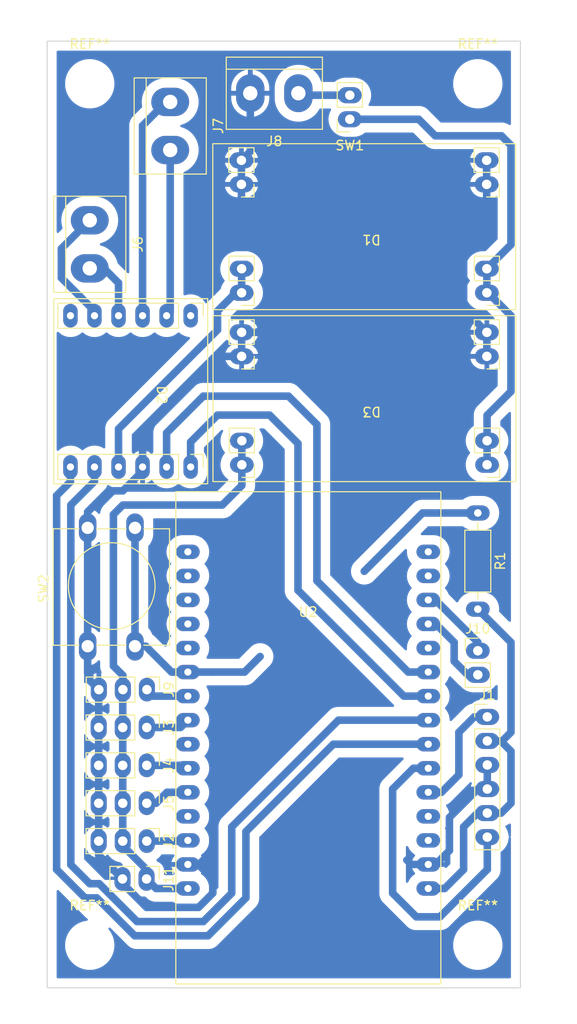
<source format=kicad_pcb>
(kicad_pcb (version 20211014) (generator pcbnew)
  (layers (0 "F.Cu" signal) (31 "B.Cu" signal) (34 "B.Paste" user) (35 "F.Paste" user) (36 "B.SilkS" user "B.Silkscreen") (37 "F.SilkS" user "F.Silkscreen") (38 "B.Mask" user) (39 "F.Mask" user) (44 "Edge.Cuts" user))
  (net 0 "")
  (net 1 "+12V")
  (net 2 "GNDD")
  (net 3 "+5V")
  (net 4 "+10V")
  (net 6 "Net-(J8-Pad1)")
  (net 9 "Net-(D2-Pad8)")
  (net 10 "Net-(D2-Pad9)")
  (net 13 "+3.3V")
  (net 14 "Net-(D2-Pad10)")
  (net 15 "Net-(D2-Pad11)")
  (net 17 "GPIO4")
  (net 18 "GPIO16")
  (net 19 "GPIO13")
  (net 20 "GPIO25")
  (net 21 "GPIO27")
  (net 22 "GPIO14")
  (net 23 "GPIO26")
  (net 24 "GPIO32")
  (net 26 "GPIO33")
  (net 30 "GPIO17")
  (net 31 "GPIO5")
  (net 32 "GPIO18")
  (net 33 "GPIO19")
  (net 34 "GPIO21")
  (net 35 "Net-(J10-Pad1)")
  (net 36 "Net-(J10-Pad2)")
  (net 37 "GPIO22")
  (net 38 "GPIO23")
  (footprint "MountingHole:MountingHole_3.2mm_M3" (layer "F.Cu") (at 122.5 53.5)
    (fp_text reference "REF**" (at 0 -4.2) (layer "F.SilkS"))
    (fp_text value "MountingHole_3.2mm_M3")
    (pad "" np_thru_hole circle (at 0 0) (size 3.2 3.2) (drill 3.2) (layers F&B.Cu *.Mask))
  )
  (footprint "MountingHole:MountingHole_3.2mm_M3" (layer "F.Cu") (at 163.5 53.5)
    (fp_text reference "REF**" (at 0 -4.2) (layer "F.SilkS"))
    (fp_text value "MountingHole_3.2mm_M3")
    (pad "" np_thru_hole circle (at 0 0) (size 3.2 3.2) (drill 3.2) (layers F&B.Cu *.Mask))
  )
  (footprint "Button_Switch_THT:SW_PUSH-12mm" (layer "F.Cu") (at 122.28 112.91 90)
    (fp_text reference "SW2" (at 6.08 -4.66 90) (layer "F.SilkS"))
    (fp_text value "SW_Push")
    (fp_line (start 12.4 0.93) (end 12.4 4.07) (layer "F.SilkS") (width 0.12))
    (fp_line (start 12.4 8.65) (end 0.1 8.65) (layer "F.SilkS") (width 0.12))
    (fp_line (start 0.1 -3.65) (end 12.4 -3.65) (layer "F.SilkS") (width 0.12))
    (fp_line (start 12.4 -3.65) (end 12.4 -0.93) (layer "F.SilkS") (width 0.12))
    (fp_line (start 0.1 8.65) (end 0.1 5.93) (layer "F.SilkS") (width 0.12))
    (fp_line (start 0.1 -0.93) (end 0.1 -3.65) (layer "F.SilkS") (width 0.12))
    (fp_line (start 12.4 5.93) (end 12.4 8.65) (layer "F.SilkS") (width 0.12))
    (fp_line (start 0.1 4.07) (end 0.1 0.93) (layer "F.SilkS") (width 0.12))
    (fp_circle (center 6.35 2.54) (end 10.16 5.08) (layer "F.SilkS") (width 0.12) (fill none))
    (pad "1" thru_hole oval (at 12.5 0 90) (size 3.048 1.85) (drill 1.3) (layers *.Cu *.Mask) (net 2 "GNDD"))
    (pad "1" thru_hole oval (at 0 0 90) (size 3.048 1.85) (drill 1.3) (layers *.Cu *.Mask) (net 2 "GNDD"))
    (pad "2" thru_hole oval (at 12.5 5 90) (size 3.048 1.85) (drill 1.3) (layers *.Cu *.Mask) (net 24 "GPIO32"))
    (pad "2" thru_hole oval (at 0 5 90) (size 3.048 1.85) (drill 1.3) (layers *.Cu *.Mask) (net 24 "GPIO32"))
  )
  (footprint "Library_posad:mini560" (layer "F.Cu") (at 166.232 59.832 180)
    (fp_text reference "D1" (at 13.97 -10.136 180 unlocked) (layer "F.SilkS"))
    (fp_text value "DC-DC_converter")
    (fp_line (start 26.378 -0.426) (end 29.038 -0.426) (layer "F.SilkS") (width 0.12))
    (fp_line (start 0.448 -14.478) (end 3.108 -14.478) (layer "F.SilkS") (width 0.12))
    (fp_line (start 0.448 -17.078) (end 1.778 -17.078) (layer "F.SilkS") (width 0.12))
    (fp_line (start 0.47 -0.426) (end 3.13 -0.426) (layer "F.SilkS") (width 0.12))
    (fp_line (start 29.016 -14.478) (end 29.016 -11.878) (layer "F.SilkS") (width 0.12))
    (fp_line (start 26.356 -11.878) (end 29.016 -11.878) (layer "F.SilkS") (width 0.12))
    (fp_line (start 26.356 -15.748) (end 26.356 -17.078) (layer "F.SilkS") (width 0.12))
    (fp_line (start 0.47 -3.026) (end 3.13 -3.026) (layer "F.SilkS") (width 0.12))
    (fp_line (start 0.448 -15.748) (end 0.448 -17.078) (layer "F.SilkS") (width 0.12))
    (fp_line (start 0.448 -14.478) (end 0.448 -11.878) (layer "F.SilkS") (width 0.12))
    (fp_line (start 0.47 -5.626) (end 1.8 -5.626) (layer "F.SilkS") (width 0.12))
    (fp_line (start 26.378 -4.296) (end 26.378 -5.626) (layer "F.SilkS") (width 0.12))
    (fp_line (start 26.356 -17.078) (end 27.686 -17.078) (layer "F.SilkS") (width 0.12))
    (fp_line (start 26.378 -3.026) (end 26.378 -0.426) (layer "F.SilkS") (width 0.12))
    (fp_line (start 3.13 -3.026) (end 3.13 -0.426) (layer "F.SilkS") (width 0.12))
    (fp_line (start 26.356 -14.478) (end 29.016 -14.478) (layer "F.SilkS") (width 0.12))
    (fp_line (start 0.47 -3.026) (end 0.47 -0.426) (layer "F.SilkS") (width 0.12))
    (fp_line (start 29.038 -3.026) (end 29.038 -0.426) (layer "F.SilkS") (width 0.12))
    (fp_line (start 0.47 -4.296) (end 0.47 -5.626) (layer "F.SilkS") (width 0.12))
    (fp_line (start 26.378 -5.626) (end 27.708 -5.626) (layer "F.SilkS") (width 0.12))
    (fp_line (start 26.378 -3.026) (end 29.038 -3.026) (layer "F.SilkS") (width 0.12))
    (fp_line (start 26.356 -14.478) (end 26.356 -11.878) (layer "F.SilkS") (width 0.12))
    (fp_line (start 0.448 -11.878) (end 3.108 -11.878) (layer "F.SilkS") (width 0.12))
    (fp_line (start 3.108 -14.478) (end 3.108 -11.878) (layer "F.SilkS") (width 0.12))
    (fp_rect (start -1.27 0) (end 30.734 -17.526) (layer "F.SilkS") (width 0.12) (fill none))
    (pad "1" thru_hole oval (at 27.686 -15.748 180) (size 2.5 1.7) (drill 1) (layers *.Cu *.Mask) (net 4 "+10V"))
    (pad "1" thru_hole oval (at 27.686 -13.208 180) (size 2.5 1.7) (drill 1) (layers *.Cu *.Mask) (net 4 "+10V"))
    (pad "2" thru_hole oval (at 27.708 -4.296 180) (size 2.5 1.7) (drill 1) (layers *.Cu *.Mask) (net 2 "GNDD"))
    (pad "2" thru_hole oval (at 27.708 -1.756 180) (size 2.5 1.7) (drill 1) (layers *.Cu *.Mask) (net 2 "GNDD"))
    (pad "3" thru_hole oval (at 1.778 -13.208 180) (size 2.5 1.7) (drill 1) (layers *.Cu *.Mask) (net 1 "+12V"))
    (pad "3" thru_hole oval (at 1.778 -15.748 180) (size 2.5 1.7) (drill 1) (layers *.Cu *.Mask) (net 1 "+12V"))
    (pad "4" thru_hole oval (at 1.8 -1.756 180) (size 2.5 1.7) (drill 1) (layers *.Cu *.Mask) (net 2 "GNDD"))
    (pad "4" thru_hole oval (at 1.8 -4.296 180) (size 2.5 1.7) (drill 1) (layers *.Cu *.Mask) (net 2 "GNDD"))
  )
  (footprint "posad_esp:posad_esp" (layer "F.Cu") (at 131.595 96.595)
    (fp_text reference "U2" (at 13.97 12.7 unlocked) (layer "F.SilkS"))
    (fp_text value "ESP32-dip")
    (fp_rect (start 0 0) (end 28 52) (layer "F.SilkS") (width 0.12) (fill none))
    (pad "1" thru_hole oval (at 1.27 39.37) (size 2.5 1.524) (drill 0.762) (layers *.Cu *.Mask) (net 2 "GNDD"))
    (pad "2" thru_hole oval (at 26.67 41.91) (size 2.5 1.524) (drill 0.762) (layers *.Cu *.Mask) (net 13 "+3.3V"))
    (pad "3" thru_hole oval (at 1.27 6.35) (size 2.5 1.524) (drill 0.762) (layers *.Cu *.Mask))
    (pad "4" thru_hole oval (at 1.27 8.89) (size 2.5 1.524) (drill 0.762) (layers *.Cu *.Mask))
    (pad "5" thru_hole oval (at 1.27 11.43) (size 2.5 1.524) (drill 0.762) (layers *.Cu *.Mask))
    (pad "6" thru_hole oval (at 1.27 13.97) (size 2.5 1.524) (drill 0.762) (layers *.Cu *.Mask))
    (pad "7" thru_hole oval (at 1.27 16.51) (size 2.5 1.524) (drill 0.762) (layers *.Cu *.Mask))
    (pad "8" thru_hole oval (at 1.27 19.05) (size 2.5 1.524) (drill 0.762) (layers *.Cu *.Mask) (net 24 "GPIO32"))
    (pad "9" thru_hole oval (at 1.27 21.59) (size 2.5 1.524) (drill 0.762) (layers *.Cu *.Mask) (net 26 "GPIO33"))
    (pad "10" thru_hole oval (at 1.27 24.13) (size 2.5 1.524) (drill 0.762) (layers *.Cu *.Mask) (net 20 "GPIO25"))
    (pad "11" thru_hole oval (at 1.27 26.67) (size 2.5 1.524) (drill 0.762) (layers *.Cu *.Mask) (net 23 "GPIO26"))
    (pad "12" thru_hole oval (at 1.27 29.21) (size 2.5 1.524) (drill 0.762) (layers *.Cu *.Mask) (net 21 "GPIO27"))
    (pad "13" thru_hole oval (at 1.27 31.75) (size 2.5 1.524) (drill 0.762) (layers *.Cu *.Mask) (net 22 "GPIO14"))
    (pad "14" thru_hole oval (at 1.27 34.29) (size 2.5 1.524) (drill 0.762) (layers *.Cu *.Mask))
    (pad "16" thru_hole oval (at 1.27 36.83) (size 2.5 1.524) (drill 0.762) (layers *.Cu *.Mask) (net 19 "GPIO13"))
    (pad "23" thru_hole oval (at 26.67 36.83) (size 2.5 1.524) (drill 0.762) (layers *.Cu *.Mask))
    (pad "24" thru_hole oval (at 26.67 34.29) (size 2.5 1.524) (drill 0.762) (layers *.Cu *.Mask))
    (pad "26" thru_hole oval (at 26.67 31.75) (size 2.5 1.524) (drill 0.762) (layers *.Cu *.Mask) (net 17 "GPIO4"))
    (pad "27" thru_hole oval (at 26.67 29.21) (size 2.5 1.524) (drill 0.762) (layers *.Cu *.Mask) (net 18 "GPIO16"))
    (pad "28" thru_hole oval (at 26.67 26.67) (size 2.5 1.524) (drill 0.762) (layers *.Cu *.Mask) (net 30 "GPIO17"))
    (pad "29" thru_hole oval (at 26.67 24.13) (size 2.5 1.524) (drill 0.762) (layers *.Cu *.Mask) (net 31 "GPIO5"))
    (pad "30" thru_hole oval (at 26.67 21.59) (size 2.5 1.524) (drill 0.762) (layers *.Cu *.Mask) (net 32 "GPIO18"))
    (pad "31" thru_hole oval (at 26.67 19.05) (size 2.5 1.524) (drill 0.762) (layers *.Cu *.Mask) (net 33 "GPIO19"))
    (pad "33" thru_hole oval (at 26.67 16.51) (size 2.5 1.524) (drill 0.762) (layers *.Cu *.Mask) (net 34 "GPIO21"))
    (pad "34" thru_hole oval (at 26.67 13.97) (size 2.5 1.524) (drill 0.762) (layers *.Cu *.Mask) (net 36 "Net-(J10-Pad2)"))
    (pad "35" thru_hole oval (at 26.67 11.43) (size 2.5 1.524) (drill 0.762) (layers *.Cu *.Mask) (net 35 "Net-(J10-Pad1)"))
    (pad "36" thru_hole oval (at 26.67 8.89) (size 2.5 1.524) (drill 0.762) (layers *.Cu *.Mask) (net 37 "GPIO22"))
    (pad "37" thru_hole oval (at 26.67 6.35) (size 2.5 1.524) (drill 0.762) (layers *.Cu *.Mask) (net 38 "GPIO23"))
    (pad "38" thru_hole oval (at 26.67 39.37) (size 2.5 1.524) (drill 0.762) (layers *.Cu *.Mask) (net 2 "GNDD"))
    (pad "39" thru_hole oval (at 1.27 41.91) (size 2.5 1.524) (drill 0.762) (layers *.Cu *.Mask) (net 3 "+5V"))
  )
  (footprint "Library_posad:drv8833" (layer "F.Cu") (at 118.45 76.2 -90)
    (fp_text reference "D2" (at 10.16 -11.66 -90 unlocked) (layer "F.SilkS"))
    (fp_text value "drv8833")
    (fp_line (start 16.45 -13.44) (end 16.45 -0.68) (layer "F.SilkS") (width 0.12))
    (fp_line (start 0.47 -13.44) (end 0.47 -0.68) (layer "F.SilkS") (width 0.12))
    (fp_line (start 0.47 -13.44) (end 3.13 -13.44) (layer "F.SilkS") (width 0.12))
    (fp_line (start 0.47 -0.68) (end 3.13 -0.68) (layer "F.SilkS") (width 0.12))
    (fp_line (start 16.45 -13.44) (end 19.11 -13.44) (layer "F.SilkS") (width 0.12))
    (fp_line (start 0.47 -16.04) (end 1.8 -16.04) (layer "F.SilkS") (width 0.12))
    (fp_line (start 16.45 -14.71) (end 16.45 -16.04) (layer "F.SilkS") (width 0.12))
    (fp_line (start 16.45 -0.68) (end 19.11 -0.68) (layer "F.SilkS") (width 0.12))
    (fp_line (start 3.13 -13.44) (end 3.13 -0.68) (layer "F.SilkS") (width 0.12))
    (fp_line (start 16.45 -16.04) (end 17.78 -16.04) (layer "F.SilkS") (width 0.12))
    (fp_line (start 19.11 -13.44) (end 19.11 -0.68) (layer "F.SilkS") (width 0.12))
    (fp_line (start 0.47 -14.71) (end 0.47 -16.04) (layer "F.SilkS") (width 0.12))
    (fp_rect (start 0 -0.254) (end 19.558 -16.51) (layer "F.SilkS") (width 0.12) (fill none))
    (pad "1" thru_hole oval (at 17.78 -2.01 270) (size 2.5 1.524) (drill 0.762) (layers *.Cu *.Mask) (net 30 "GPIO17"))
    (pad "2" thru_hole oval (at 17.78 -4.55 270) (size 2.5 1.524) (drill 0.762) (layers *.Cu *.Mask) (net 31 "GPIO5"))
    (pad "3" thru_hole oval (at 17.78 -7.09 270) (size 2.5 1.524) (drill 0.762) (layers *.Cu *.Mask) (net 4 "+10V"))
    (pad "4" thru_hole oval (at 17.78 -9.63 270) (size 2.5 1.524) (drill 0.762) (layers *.Cu *.Mask) (net 2 "GNDD"))
    (pad "5" thru_hole oval (at 17.78 -12.17 270) (size 2.5 1.524) (drill 0.762) (layers *.Cu *.Mask) (net 33 "GPIO19"))
    (pad "6" thru_hole oval (at 17.78 -14.71 270) (size 2.5 1.524) (drill 0.762) (layers *.Cu *.Mask) (net 32 "GPIO18"))
    (pad "7" thru_hole oval (at 1.8 -14.71 270) (size 2.5 1.524) (drill 0.762) (layers *.Cu *.Mask))
    (pad "8" thru_hole oval (at 1.8 -12.17 270) (size 2.5 1.524) (drill 0.762) (layers *.Cu *.Mask) (net 9 "Net-(D2-Pad8)"))
    (pad "9" thru_hole oval (at 1.8 -9.63 270) (size 2.5 1.524) (drill 0.762) (layers *.Cu *.Mask) (net 10 "Net-(D2-Pad9)"))
    (pad "10" thru_hole oval (at 1.8 -7.09 270) (size 2.5 1.524) (drill 0.762) (layers *.Cu *.Mask) (net 14 "Net-(D2-Pad10)"))
    (pad "11" thru_hole oval (at 1.8 -4.55 270) (size 2.5 1.524) (drill 0.762) (layers *.Cu *.Mask) (net 15 "Net-(D2-Pad11)"))
    (pad "12" thru_hole oval (at 1.8 -2.01 270) (size 2.5 1.524) (drill 0.762) (layers *.Cu *.Mask))
  )
  (footprint "Resistor_THT:R_Axial_DIN0207_L6.3mm_D2.5mm_P10.16mm_Horizontal" (layer "F.Cu") (at 163.5 98.84 -90)
    (fp_text reference "R1" (at 5.08 -2.37 90) (layer "F.SilkS"))
    (fp_text value "R")
    (fp_line (start 1.81 -1.37) (end 1.81 1.37) (layer "F.SilkS") (width 0.12))
    (fp_line (start 1.81 1.37) (end 8.35 1.37) (layer "F.SilkS") (width 0.12))
    (fp_line (start 8.35 1.37) (end 8.35 -1.37) (layer "F.SilkS") (width 0.12))
    (fp_line (start 8.35 -1.37) (end 1.81 -1.37) (layer "F.SilkS") (width 0.12))
    (fp_line (start 1.04 0) (end 1.81 0) (layer "F.SilkS") (width 0.12))
    (fp_line (start 9.12 0) (end 8.35 0) (layer "F.SilkS") (width 0.12))
    (pad "1" thru_hole oval (at 0 0 270) (size 1.6 2.5) (drill 0.8) (layers *.Cu *.Mask) (net 24 "GPIO32"))
    (pad "2" thru_hole oval (at 10.16 0 270) (size 1.6 2.5) (drill 0.8) (layers *.Cu *.Mask) (net 13 "+3.3V"))
  )
  (footprint "MountingHole:MountingHole_3.2mm_M3" (layer "F.Cu") (at 122.5 144.5)
    (fp_text reference "REF**" (at 0 -4.2) (layer "F.SilkS"))
    (fp_text value "MountingHole_3.2mm_M3")
    (pad "" np_thru_hole circle (at 0 0) (size 3.2 3.2) (drill 3.2) (layers F&B.Cu *.Mask))
  )
  (footprint "Connector_PinHeader_2.54mm:PinHeader_1x02_P2.54mm_Vertical" (layer "F.Cu") (at 128.5 137.5 -90)
    (fp_text reference "J11" (at 0 -2.33 90) (layer "F.SilkS"))
    (fp_text value "Conn_01x02")
    (fp_line (start -1.33 1.27) (end -1.33 3.87) (layer "F.SilkS") (width 0.12))
    (fp_line (start -1.33 3.87) (end 1.33 3.87) (layer "F.SilkS") (width 0.12))
    (fp_line (start -1.33 1.27) (end 1.33 1.27) (layer "F.SilkS") (width 0.12))
    (fp_line (start -1.33 -1.33) (end 0 -1.33) (layer "F.SilkS") (width 0.12))
    (fp_line (start -1.33 0) (end -1.33 -1.33) (layer "F.SilkS") (width 0.12))
    (fp_line (start 1.33 1.27) (end 1.33 3.87) (layer "F.SilkS") (width 0.12))
    (pad "1" thru_hole oval (at 0 0 270) (size 2.5 1.7) (drill 1) (layers *.Cu *.Mask) (net 3 "+5V"))
    (pad "2" thru_hole oval (at 0 2.54 270) (size 2.5 1.7) (drill 1) (layers *.Cu *.Mask) (net 2 "GNDD"))
  )
  (footprint "TerminalBlock:TerminalBlock_bornier-2_P5.08mm" (layer "F.Cu") (at 144.54 54.5 180)
    (fp_text reference "J8" (at 2.54 -5.08) (layer "F.SilkS"))
    (fp_text value "power")
    (fp_line (start 7.62 -3.81) (end -2.54 -3.81) (layer "F.SilkS") (width 0.12))
    (fp_line (start 7.62 3.81) (end 7.62 -3.81) (layer "F.SilkS") (width 0.12))
    (fp_line (start 7.62 2.54) (end -2.54 2.54) (layer "F.SilkS") (width 0.12))
    (fp_line (start -2.54 3.81) (end 7.62 3.81) (layer "F.SilkS") (width 0.12))
    (fp_line (start -2.54 -3.81) (end -2.54 3.81) (layer "F.SilkS") (width 0.12))
    (pad "1" thru_hole oval (at 0 0 180) (size 3 4) (drill 1.52) (layers *.Cu *.Mask) (net 6 "Net-(J8-Pad1)"))
    (pad "2" thru_hole oval (at 5.08 0 180) (size 3 4) (drill 1.52) (layers *.Cu *.Mask) (net 2 "GNDD"))
  )
  (footprint "MountingHole:MountingHole_3.2mm_M3" (layer "F.Cu") (at 163.5 144.5)
    (fp_text reference "REF**" (at 0 -4.2) (layer "F.SilkS"))
    (fp_text value "MountingHole_3.2mm_M3")
    (pad "" np_thru_hole circle (at 0 0) (size 3.2 3.2) (drill 3.2) (layers F&B.Cu *.Mask))
  )
  (footprint "TerminalBlock:TerminalBlock_bornier-2_P5.08mm" (layer "F.Cu") (at 131 55.42 -90)
    (fp_text reference "J7" (at 2.54 -5.08 90) (layer "F.SilkS"))
    (fp_text value "motor_2")
    (fp_line (start -2.54 3.81) (end 7.62 3.81) (layer "F.SilkS") (width 0.12))
    (fp_line (start 7.62 -3.81) (end -2.54 -3.81) (layer "F.SilkS") (width 0.12))
    (fp_line (start -2.54 -3.81) (end -2.54 3.81) (layer "F.SilkS") (width 0.12))
    (fp_line (start 7.62 3.81) (end 7.62 -3.81) (layer "F.SilkS") (width 0.12))
    (fp_line (start 7.62 2.54) (end -2.54 2.54) (layer "F.SilkS") (width 0.12))
    (pad "1" thru_hole oval (at 0 0 270) (size 3 4) (drill 1.52) (layers *.Cu *.Mask) (net 10 "Net-(D2-Pad9)"))
    (pad "2" thru_hole oval (at 5.08 0 270) (size 3 4) (drill 1.52) (layers *.Cu *.Mask) (net 9 "Net-(D2-Pad8)"))
  )
  (footprint "Connector_PinSocket_2.54mm:PinSocket_1x02_P2.54mm_Vertical" (layer "F.Cu") (at 149.975 57.25 180)
    (fp_text reference "SW1" (at 0 -2.77) (layer "F.SilkS"))
    (fp_text value "SW_DPDT_x2")
    (fp_line (start -1.33 1.27) (end -1.33 3.87) (layer "F.SilkS") (width 0.12))
    (fp_line (start -1.33 1.27) (end 1.33 1.27) (layer "F.SilkS") (width 0.12))
    (fp_line (start 1.33 1.27) (end 1.33 3.87) (layer "F.SilkS") (width 0.12))
    (fp_line (start 1.33 -1.33) (end 1.33 0) (layer "F.SilkS") (width 0.12))
    (fp_line (start 0 -1.33) (end 1.33 -1.33) (layer "F.SilkS") (width 0.12))
    (fp_line (start -1.33 3.87) (end 1.33 3.87) (layer "F.SilkS") (width 0.12))
    (pad "1" thru_hole oval (at 0 0 180) (size 2.5 1.7) (drill 1) (layers *.Cu *.Mask) (net 1 "+12V"))
    (pad "2" thru_hole oval (at 0 2.54 180) (size 2.5 1.7) (drill 1) (layers *.Cu *.Mask) (net 6 "Net-(J8-Pad1)"))
  )
  (footprint "Connector_PinHeader_2.54mm:PinHeader_1x06_P2.54mm_Vertical" (layer "F.Cu") (at 164.5 120.38)
    (fp_text reference "J1" (at 0 -2.33) (layer "F.SilkS"))
    (fp_text value "line_sensor")
    (fp_line (start -1.33 1.27) (end 1.33 1.27) (layer "F.SilkS") (width 0.12))
    (fp_line (start -1.33 1.27) (end -1.33 14.03) (layer "F.SilkS") (width 0.12))
    (fp_line (start -1.33 14.03) (end 1.33 14.03) (layer "F.SilkS") (width 0.12))
    (fp_line (start 1.33 1.27) (end 1.33 14.03) (layer "F.SilkS") (width 0.12))
    (fp_line (start -1.33 0) (end -1.33 -1.33) (layer "F.SilkS") (width 0.12))
    (fp_line (start -1.33 -1.33) (end 0 -1.33) (layer "F.SilkS") (width 0.12))
    (pad "1" thru_hole oval (at 0 0) (size 2.5 1.7) (drill 1) (layers *.Cu *.Mask) (net 17 "GPIO4"))
    (pad "2" thru_hole oval (at 0 2.54) (size 2.5 1.7) (drill 1) (layers *.Cu *.Mask) (net 13 "+3.3V"))
    (pad "3" thru_hole oval (at 0 5.08) (size 2.5 1.7) (drill 1) (layers *.Cu *.Mask) (net 2 "GNDD"))
    (pad "4" thru_hole oval (at 0 7.62) (size 2.5 1.7) (drill 1) (layers *.Cu *.Mask) (net 2 "GNDD"))
    (pad "5" thru_hole oval (at 0 10.16) (size 2.5 1.7) (drill 1) (layers *.Cu *.Mask) (net 13 "+3.3V"))
    (pad "6" thru_hole oval (at 0 12.7) (size 2.5 1.7) (drill 1) (layers *.Cu *.Mask) (net 18 "GPIO16"))
  )
  (footprint "Connector_PinHeader_2.54mm:PinHeader_1x03_P2.54mm_Vertical" (layer "F.Cu") (at 128.54 117.5 -90)
    (fp_text reference "J9" (at 0 -2.33 90) (layer "F.SilkS"))
    (fp_text value "sharp")
    (fp_line (start -1.33 0) (end -1.33 -1.33) (layer "F.SilkS") (width 0.12))
    (fp_line (start -1.33 1.27) (end 1.33 1.27) (layer "F.SilkS") (width 0.12))
    (fp_line (start -1.33 -1.33) (end 0 -1.33) (layer "F.SilkS") (width 0.12))
    (fp_line (start -1.33 6.41) (end 1.33 6.41) (layer "F.SilkS") (width 0.12))
    (fp_line (start -1.33 1.27) (end -1.33 6.41) (layer "F.SilkS") (width 0.12))
    (fp_line (start 1.33 1.27) (end 1.33 6.41) (layer "F.SilkS") (width 0.12))
    (pad "1" thru_hole oval (at 0 0 270) (size 2.5 1.7) (drill 1) (layers *.Cu *.Mask) (net 26 "GPIO33"))
    (pad "2" thru_hole oval (at 0 2.54 270) (size 2.5 1.7) (drill 1) (layers *.Cu *.Mask) (net 3 "+5V"))
    (pad "3" thru_hole oval (at 0 5.08 270) (size 2.5 1.7) (drill 1) (layers *.Cu *.Mask) (net 2 "GNDD"))
  )
  (footprint "Connector_PinHeader_2.54mm:PinHeader_1x03_P2.54mm_Vertical" (layer "F.Cu") (at 128.525 125.5 -90)
    (fp_text reference "J4" (at 0 -2.33 90) (layer "F.SilkS"))
    (fp_text value "Servo")
    (fp_line (start 1.33 1.27) (end 1.33 6.41) (layer "F.SilkS") (width 0.12))
    (fp_line (start -1.33 1.27) (end 1.33 1.27) (layer "F.SilkS") (width 0.12))
    (fp_line (start -1.33 1.27) (end -1.33 6.41) (layer "F.SilkS") (width 0.12))
    (fp_line (start -1.33 -1.33) (end 0 -1.33) (layer "F.SilkS") (width 0.12))
    (fp_line (start -1.33 6.41) (end 1.33 6.41) (layer "F.SilkS") (width 0.12))
    (fp_line (start -1.33 0) (end -1.33 -1.33) (layer "F.SilkS") (width 0.12))
    (pad "1" thru_hole oval (at 0 0 270) (size 2.5 1.7) (drill 1) (layers *.Cu *.Mask) (net 21 "GPIO27"))
    (pad "2" thru_hole oval (at 0 2.54 270) (size 2.5 1.7) (drill 1) (layers *.Cu *.Mask) (net 3 "+5V"))
    (pad "3" thru_hole oval (at 0 5.08 270) (size 2.5 1.7) (drill 1) (layers *.Cu *.Mask) (net 2 "GNDD"))
  )
  (footprint "Connector_PinHeader_2.54mm:PinHeader_1x02_P2.54mm_Vertical" (layer "F.Cu") (at 163.5 113.395)
    (fp_text reference "J10" (at 0 -2.33) (layer "F.SilkS"))
    (fp_text value "Conn_01x02")
    (fp_line (start -1.33 3.87) (end 1.33 3.87) (layer "F.SilkS") (width 0.12))
    (fp_line (start 1.33 1.27) (end 1.33 3.87) (layer "F.SilkS") (width 0.12))
    (fp_line (start -1.33 1.27) (end -1.33 3.87) (layer "F.SilkS") (width 0.12))
    (fp_line (start -1.33 0) (end -1.33 -1.33) (layer "F.SilkS") (width 0.12))
    (fp_line (start -1.33 -1.33) (end 0 -1.33) (layer "F.SilkS") (width 0.12))
    (fp_line (start -1.33 1.27) (end 1.33 1.27) (layer "F.SilkS") (width 0.12))
    (pad "1" thru_hole oval (at 0 0) (size 2.5 1.7) (drill 1) (layers *.Cu *.Mask) (net 35 "Net-(J10-Pad1)"))
    (pad "2" thru_hole oval (at 0 2.54) (size 2.5 1.7) (drill 1) (layers *.Cu *.Mask) (net 36 "Net-(J10-Pad2)"))
  )
  (footprint "TerminalBlock:TerminalBlock_bornier-2_P5.08mm" (layer "F.Cu") (at 122.5 67.92 -90)
    (fp_text reference "J6" (at 2.54 -5.08 90) (layer "F.SilkS"))
    (fp_text value "motor_1")
    (fp_line (start -2.54 3.81) (end 7.62 3.81) (layer "F.SilkS") (width 0.12))
    (fp_line (start 7.62 -3.81) (end -2.54 -3.81) (layer "F.SilkS") (width 0.12))
    (fp_line (start -2.54 -3.81) (end -2.54 3.81) (layer "F.SilkS") (width 0.12))
    (fp_line (start 7.62 2.54) (end -2.54 2.54) (layer "F.SilkS") (width 0.12))
    (fp_line (start 7.62 3.81) (end 7.62 -3.81) (layer "F.SilkS") (width 0.12))
    (pad "1" thru_hole oval (at 0 0 270) (size 3 4) (drill 1.52) (layers *.Cu *.Mask) (net 15 "Net-(D2-Pad11)"))
    (pad "2" thru_hole oval (at 5.08 0 270) (size 3 4) (drill 1.52) (layers *.Cu *.Mask) (net 14 "Net-(D2-Pad10)"))
  )
  (footprint "Connector_PinHeader_2.54mm:PinHeader_1x03_P2.54mm_Vertical" (layer "F.Cu") (at 128.525 129.5 -90)
    (fp_text reference "J5" (at 0 -2.33 90) (layer "F.SilkS"))
    (fp_text value "Servo")
    (fp_line (start -1.33 6.41) (end 1.33 6.41) (layer "F.SilkS") (width 0.12))
    (fp_line (start 1.33 1.27) (end 1.33 6.41) (layer "F.SilkS") (width 0.12))
    (fp_line (start -1.33 0) (end -1.33 -1.33) (layer "F.SilkS") (width 0.12))
    (fp_line (start -1.33 1.27) (end 1.33 1.27) (layer "F.SilkS") (width 0.12))
    (fp_line (start -1.33 -1.33) (end 0 -1.33) (layer "F.SilkS") (width 0.12))
    (fp_line (start -1.33 1.27) (end -1.33 6.41) (layer "F.SilkS") (width 0.12))
    (pad "1" thru_hole oval (at 0 0 270) (size 2.5 1.7) (drill 1) (layers *.Cu *.Mask) (net 22 "GPIO14"))
    (pad "2" thru_hole oval (at 0 2.54 270) (size 2.5 1.7) (drill 1) (layers *.Cu *.Mask) (net 3 "+5V"))
    (pad "3" thru_hole oval (at 0 5.08 270) (size 2.5 1.7) (drill 1) (layers *.Cu *.Mask) (net 2 "GNDD"))
  )
  (footprint "Connector_PinHeader_2.54mm:PinHeader_1x03_P2.54mm_Vertical" (layer "F.Cu") (at 128.525 133.5 -90)
    (fp_text reference "J2" (at 0 -2.33 90) (layer "F.SilkS"))
    (fp_text value "Servo")
    (fp_line (start -1.33 -1.33) (end 0 -1.33) (layer "F.SilkS") (width 0.12))
    (fp_line (start -1.33 6.41) (end 1.33 6.41) (layer "F.SilkS") (width 0.12))
    (fp_line (start -1.33 1.27) (end -1.33 6.41) (layer "F.SilkS") (width 0.12))
    (fp_line (start -1.33 1.27) (end 1.33 1.27) (layer "F.SilkS") (width 0.12))
    (fp_line (start -1.33 0) (end -1.33 -1.33) (layer "F.SilkS") (width 0.12))
    (fp_line (start 1.33 1.27) (end 1.33 6.41) (layer "F.SilkS") (width 0.12))
    (pad "1" thru_hole oval (at 0 0 270) (size 2.5 1.7) (drill 1) (layers *.Cu *.Mask) (net 19 "GPIO13"))
    (pad "2" thru_hole oval (at 0 2.54 270) (size 2.5 1.7) (drill 1) (layers *.Cu *.Mask) (net 3 "+5V"))
    (pad "3" thru_hole oval (at 0 5.08 270) (size 2.5 1.7) (drill 1) (layers *.Cu *.Mask) (net 2 "GNDD"))
  )
  (footprint "Connector_PinHeader_2.54mm:PinHeader_1x03_P2.54mm_Vertical" (layer "F.Cu") (at 128.525 121.5 -90)
    (fp_text reference "J3" (at 0 -2.33 90) (layer "F.SilkS"))
    (fp_text value "Servo")
    (fp_line (start -1.33 6.41) (end 1.33 6.41) (layer "F.SilkS") (width 0.12))
    (fp_line (start -1.33 0) (end -1.33 -1.33) (layer "F.SilkS") (width 0.12))
    (fp_line (start -1.33 1.27) (end -1.33 6.41) (layer "F.SilkS") (width 0.12))
    (fp_line (start -1.33 1.27) (end 1.33 1.27) (layer "F.SilkS") (width 0.12))
    (fp_line (start -1.33 -1.33) (end 0 -1.33) (layer "F.SilkS") (width 0.12))
    (fp_line (start 1.33 1.27) (end 1.33 6.41) (layer "F.SilkS") (width 0.12))
    (pad "1" thru_hole oval (at 0 0 270) (size 2.5 1.7) (drill 1) (layers *.Cu *.Mask) (net 20 "GPIO25"))
    (pad "2" thru_hole oval (at 0 2.54 270) (size 2.5 1.7) (drill 1) (layers *.Cu *.Mask) (net 3 "+5V"))
    (pad "3" thru_hole oval (at 0 5.08 270) (size 2.5 1.7) (drill 1) (layers *.Cu *.Mask) (net 2 "GNDD"))
  )
  (footprint "Library_posad:mini560" (layer "F.Cu") (at 166.254 78 180)
    (fp_text reference "D3" (at 13.97 -10.136 180 unlocked) (layer "F.SilkS"))
    (fp_text value "DC-DC_converter")
    (fp_line (start 0.47 -3.026) (end 0.47 -0.426) (layer "F.SilkS") (width 0.12))
    (fp_line (start 26.378 -3.026) (end 26.378 -0.426) (layer "F.SilkS") (width 0.12))
    (fp_line (start 26.356 -15.748) (end 26.356 -17.078) (layer "F.SilkS") (width 0.12))
    (fp_line (start 0.448 -14.478) (end 3.108 -14.478) (layer "F.SilkS") (width 0.12))
    (fp_line (start 29.038 -3.026) (end 29.038 -0.426) (layer "F.SilkS") (width 0.12))
    (fp_line (start 0.448 -15.748) (end 0.448 -17.078) (layer "F.SilkS") (width 0.12))
    (fp_line (start 26.378 -0.426) (end 29.038 -0.426) (layer "F.SilkS") (width 0.12))
    (fp_line (start 26.378 -3.026) (end 29.038 -3.026) (layer "F.SilkS") (width 0.12))
    (fp_line (start 0.448 -17.078) (end 1.778 -17.078) (layer "F.SilkS") (width 0.12))
    (fp_line (start 26.356 -17.078) (end 27.686 -17.078) (layer "F.SilkS") (width 0.12))
    (fp_line (start 3.13 -3.026) (end 3.13 -0.426) (layer "F.SilkS") (width 0.12))
    (fp_line (start 0.47 -5.626) (end 1.8 -5.626) (layer "F.SilkS") (width 0.12))
    (fp_line (start 26.356 -14.478) (end 29.016 -14.478) (layer "F.SilkS") (width 0.12))
    (fp_line (start 26.356 -14.478) (end 26.356 -11.878) (layer "F.SilkS") (width 0.12))
    (fp_line (start 29.016 -14.478) (end 29.016 -11.878) (layer "F.SilkS") (width 0.12))
    (fp_line (start 26.378 -4.296) (end 26.378 -5.626) (layer "F.SilkS") (width 0.12))
    (fp_line (start 0.47 -3.026) (end 3.13 -3.026) (layer "F.SilkS") (width 0.12))
    (fp_line (start 0.47 -0.426) (end 3.13 -0.426) (layer "F.SilkS") (width 0.12))
    (fp_line (start 26.356 -11.878) (end 29.016 -11.878) (layer "F.SilkS") (width 0.12))
    (fp_line (start 26.378 -5.626) (end 27.708 -5.626) (layer "F.SilkS") (width 0.12))
    (fp_line (start 0.47 -4.296) (end 0.47 -5.626) (layer "F.SilkS") (width 0.12))
    (fp_line (start 0.448 -14.478) (end 0.448 -11.878) (layer "F.SilkS") (width 0.12))
    (fp_line (start 3.108 -14.478) (end 3.108 -11.878) (layer "F.SilkS") (width 0.12))
    (fp_line (start 0.448 -11.878) (end 3.108 -11.878) (layer "F.SilkS") (width 0.12))
    (fp_rect (start -1.27 0) (end 30.734 -17.526) (layer "F.SilkS") (width 0.12) (fill none))
    (pad "1" thru_hole oval (at 27.686 -13.208 180) (size 2.5 1.7) (drill 1) (layers *.Cu *.Mask) (net 3 "+5V"))
    (pad "1" thru_hole oval (at 27.686 -15.748 180) (size 2.5 1.7) (drill 1) (layers *.Cu *.Mask) (net 3 "+5V"))
    (pad "2" thru_hole oval (at 27.708 -1.756 180) (size 2.5 1.7) (drill 1) (layers *.Cu *.Mask) (net 2 "GNDD"))
    (pad "2" thru_hole oval (at 27.708 -4.296 180) (size 2.5 1.7) (drill 1) (layers *.Cu *.Mask) (net 2 "GNDD"))
    (pad "3" thru_hole oval (at 1.778 -13.208 180) (size 2.5 1.7) (drill 1) (layers *.Cu *.Mask) (net 1 "+12V"))
    (pad "3" thru_hole oval (at 1.778 -15.748 180) (size 2.5 1.7) (drill 1) (layers *.Cu *.Mask) (net 1 "+12V"))
    (pad "4" thru_hole oval (at 1.8 -4.296 180) (size 2.5 1.7) (drill 1) (layers *.Cu *.Mask) (net 2 "GNDD"))
    (pad "4" thru_hole oval (at 1.8 -1.756 180) (size 2.5 1.7) (drill 1) (layers *.Cu *.Mask) (net 2 "GNDD"))
  )
  (gr_rect (start 118 49) (end 168 149) (layer "Edge.Cuts") (width 0.1) (fill none))
  (segment (start 157.25 57.25) (end 159 59) (width 0.8) (layer "B.Cu") (net 1))
  (segment (start 167 86) (end 167 78) (width 0.8) (layer "B.Cu") (net 1))
  (segment (start 164.476 91.208) (end 164.476 88.524) (width 0.8) (layer "B.Cu") (net 1))
  (segment (start 164.454 73.04) (end 164.454 75.58) (width 0.8) (layer "B.Cu") (net 1))
  (segment (start 167 60) (end 167 70.494) (width 0.8) (layer "B.Cu") (net 1))
  (segment (start 164.58 75.58) (end 164.454 75.58) (width 0.8) (layer "B.Cu") (net 1))
  (segment (start 159 59) (end 166 59) (width 0.8) (layer "B.Cu") (net 1))
  (segment (start 164.476 88.524) (end 167 86) (width 0.8) (layer "B.Cu") (net 1))
  (segment (start 167 70.494) (end 164.454 73.04) (width 0.8) (layer "B.Cu") (net 1))
  (segment (start 164.476 91.208) (end 164.476 93.748) (width 0.8) (layer "B.Cu") (net 1))
  (segment (start 166 59) (end 167 60) (width 0.8) (layer "B.Cu") (net 1))
  (segment (start 167 78) (end 164.58 75.58) (width 0.8) (layer "B.Cu") (net 1))
  (segment (start 149.975 57.25) (end 157.25 57.25) (width 0.8) (layer "B.Cu") (net 1))
  (segment (start 141.5 68.5) (end 141.5 78.5) (width 0.8) (layer "B.Cu") (net 2))
  (segment (start 164.454 79.756) (end 162.198 77.5) (width 0.8) (layer "B.Cu") (net 2))
  (segment (start 123.46 117.5) (end 122.5 116.54) (width 0.8) (layer "B.Cu") (net 2))
  (segment (start 164.454 79.756) (end 164.454 82.296) (width 0.8) (layer "B.Cu") (net 2))
  (segment (start 122.28 115.78) (end 122.28 112.91) (width 0.8) (layer "B.Cu") (net 2))
  (segment (start 128.08 93.98) (end 128.08 90.42) (width 0.8) (layer "B.Cu") (net 2))
  (segment (start 140.244 79.756) (end 138.546 79.756) (width 0.8) (layer "B.Cu") (net 2))
  (segment (start 162 77.5) (end 162 68.5) (width 0.8) (layer "B.Cu") (net 2))
  (segment (start 128.08 94.42) (end 128.08 93.98) (width 0.8) (layer "B.Cu") (net 2))
  (segment (start 128.08 90.42) (end 136.204 82.296) (width 0.8) (layer "B.Cu") (net 2))
  (segment (start 132.865 135.965) (end 134.035 135.965) (width 0.8) (layer "B.Cu") (net 2))
  (segment (start 158.265 135.965) (end 156.465 135.965) (width 0.8) (layer "B.Cu") (net 2))
  (segment (start 122.28 112.91) (end 122.28 100.41) (width 0.8) (layer "B.Cu") (net 2))
  (segment (start 162 68.5) (end 164.432 66.068) (width 0.8) (layer "B.Cu") (net 2))
  (segment (start 164.5 125.46) (end 164.5 128) (width 0.8) (layer "B.Cu") (net 2))
  (segment (start 135.5 129.5) (end 135.5 129) (width 0.8) (layer "B.Cu") (net 2))
  (segment (start 133.965 135.965) (end 132.865 135.965) (width 0.8) (layer "B.Cu") (net 2))
  (segment (start 122.28 100.41) (end 122.28 98.72) (width 0.8) (layer "B.Cu") (net 2))
  (segment (start 128.5 140.5) (end 134 140.5) (width 0.8) (layer "B.Cu") (net 2))
  (segment (start 162.198 77.5) (end 162 77.5) (width 0.8) (layer "B.Cu") (net 2))
  (segment (start 160.5 131) (end 160.5 134.5) (width 0.8) (layer "B.Cu") (net 2))
  (segment (start 163.5 128) (end 160.5 131) (width 0.8) (layer "B.Cu") (net 2))
  (segment (start 123.445 125.5) (end 123.445 121.5) (width 0.8) (layer "B.Cu") (net 2))
  (segment (start 138.546 79.756) (end 138.546 82.296) (width 0.8) (layer "B.Cu") (net 2))
  (segment (start 138.524 65.524) (end 141.5 68.5) (width 0.8) (layer "B.Cu") (net 2))
  (segment (start 124.5 96.5) (end 126 96.5) (width 0.8) (layer "B.Cu") (net 2))
  (segment (start 135.5 137.5) (end 133.965 135.965) (width 0.8) (layer "B.Cu") (net 2))
  (segment (start 139.46 60.652) (end 138.524 61.588) (width 0.8) (layer "B.Cu") (net 2))
  (segment (start 122.5 116.54) (end 122.5 116) (width 0.8) (layer "B.Cu") (net 2))
  (segment (start 135.5 134.5) (end 135.5 129.5) (width 0.8) (layer "B.Cu") (net 2))
  (segment (start 135.5 139) (end 135.5 137.5) (width 0.8) (layer "B.Cu") (net 2))
  (segment (start 138.524 61.588) (end 138.524 64.128) (width 0.8) (layer "B.Cu") (net 2))
  (segment (start 123.445 134.985) (end 125.96 137.5) (width 0.8) (layer "B.Cu") (net 2))
  (segment (start 123.445 129.5) (end 123.445 125.5) (width 0.8) (layer "B.Cu") (net 2))
  (segment (start 136.204 82.296) (end 138.546 82.296) (width 0.8) (layer "B.Cu") (net 2))
  (segment (start 123.445 121.5) (end 123.445 117.515) (width 0.8) (layer "B.Cu") (net 2))
  (segment (start 135.5 129) (end 140 124.5) (width 0.8) (layer "B.Cu") (net 2))
  (segment (start 159.035 135.965) (end 158.265 135.965) (width 0.8) (layer "B.Cu") (net 2))
  (segment (start 139.46 54.5) (end 139.46 60.652) (width 0.8) (layer "B.Cu") (net 2))
  (segment (start 164.432 66.068) (end 164.432 64.128) (width 0.8) (layer "B.Cu") (net 2))
  (segment (start 123.445 117.515) (end 123.46 117.5) (width 0.8) (layer "B.Cu") (net 2))
  (segment (start 164.5 128) (end 163.5 128) (width 0.8) (layer "B.Cu") (net 2))
  (segment (start 134.035 135.965) (end 135.5 134.5) (width 0.8) (layer "B.Cu") (net 2))
  (segment (start 160.5 134.5) (end 159.035 135.965) (width 0.8) (layer "B.Cu") (net 2))
  (segment (start 164.432 61.588) (end 164.432 64.128) (width 0.8) (layer "B.Cu") (net 2))
  (segment (start 126 96.5) (end 128.08 94.42) (width 0.8) (layer "B.Cu") (net 2))
  (segment (start 123.445 133.5) (end 123.445 129.5) (width 0.8) (layer "B.Cu") (net 2))
  (segment (start 141.5 78.5) (end 140.244 79.756) (width 0.8) (layer "B.Cu") (net 2))
  (segment (start 125.96 137.5) (end 125.96 137.96) (width 0.8) (layer "B.Cu") (net 2))
  (segment (start 156.465 135.965) (end 156 135.5) (width 0.8) (layer "B.Cu") (net 2))
  (segment (start 123.445 133.5) (end 123.445 134.985) (width 0.8) (layer "B.Cu") (net 2))
  (segment (start 125.96 137.96) (end 128.5 140.5) (width 0.8) (layer "B.Cu") (net 2))
  (segment (start 122.28 98.72) (end 124.5 96.5) (width 0.8) (layer "B.Cu") (net 2))
  (segment (start 122.5 116) (end 122.28 115.78) (width 0.8) (layer "B.Cu") (net 2))
  (segment (start 141.5 68.5) (end 162 68.5) (width 0.8) (layer "B.Cu") (net 2))
  (segment (start 134 140.5) (end 135.5 139) (width 0.8) (layer "B.Cu") (net 2))
  (segment (start 138.524 64.128) (end 138.524 65.524) (width 0.8) (layer "B.Cu") (net 2))
  (segment (start 125 99) (end 125 115) (width 0.8) (layer "B.Cu") (net 3))
  (segment (start 126 116) (end 126 117.5) (width 0.8) (layer "B.Cu") (net 3))
  (segment (start 125.985 125.5) (end 125.985 121.5) (width 0.8) (layer "B.Cu") (net 3))
  (segment (start 125.985 133.5) (end 125.985 129.5) (width 0.8) (layer "B.Cu") (net 3))
  (segment (start 138.568 95.932) (end 136.5 98) (width 0.8) (layer "B.Cu") (net 3))
  (segment (start 125.985 129.5) (end 125.985 125.5) (width 0.8) (layer "B.Cu") (net 3))
  (segment (start 125.985 121.5) (end 125.985 117.515) (width 0.8) (layer "B.Cu") (net 3))
  (segment (start 129.505 138.505) (end 128.5 137.5) (width 0.8) (layer "B.Cu") (net 3))
  (segment (start 125.985 133.985) (end 128.5 136.5) (width 0.8) (layer "B.Cu") (net 3))
  (segment (start 128.5 136.5) (end 128.5 137.5) (width 0.8) (layer "B.Cu") (net 3))
  (segment (start 125.985 117.515) (end 126 117.5) (width 0.8) (layer "B.Cu") (net 3))
  (segment (start 138.568 93.748) (end 138.568 95.932) (width 0.8) (layer "B.Cu") (net 3))
  (segment (start 126 98) (end 125 99) (width 0.8) (layer "B.Cu") (net 3))
  (segment (start 125.985 133.5) (end 125.985 133.985) (width 0.8) (layer "B.Cu") (net 3))
  (segment (start 125 115) (end 126 116) (width 0.8) (layer "B.Cu") (net 3))
  (segment (start 132.865 138.505) (end 129.505 138.505) (width 0.8) (layer "B.Cu") (net 3))
  (segment (start 138.568 91.208) (end 138.568 93.748) (width 0.8) (layer "B.Cu") (net 3))
  (segment (start 136.5 98) (end 126 98) (width 0.8) (layer "B.Cu") (net 3))
  (segment (start 136 79.5) (end 136 77.5) (width 0.8) (layer "B.Cu") (net 4))
  (segment (start 125.54 93.98) (end 125.54 89.96) (width 0.8) (layer "B.Cu") (net 4))
  (segment (start 138.546 73.04) (end 138.546 75.58) (width 0.8) (layer "B.Cu") (net 4))
  (segment (start 136 77.5) (end 137.92 75.58) (width 0.8) (layer "B.Cu") (net 4))
  (segment (start 137.92 75.58) (end 138.546 75.58) (width 0.8) (layer "B.Cu") (net 4))
  (segment (start 125.54 89.96) (end 136 79.5) (width 0.8) (layer "B.Cu") (net 4))
  (segment (start 144.75 54.71) (end 144.54 54.5) (width 0.8) (layer "B.Cu") (net 6))
  (segment (start 149.975 54.71) (end 144.75 54.71) (width 0.8) (layer "B.Cu") (net 6))
  (segment (start 131 77.62) (end 130.62 78) (width 0.8) (layer "B.Cu") (net 9))
  (segment (start 131 60.5) (end 131 77.62) (width 0.8) (layer "B.Cu") (net 9))
  (segment (start 128.08 57.92) (end 130.58 55.42) (width 0.8) (layer "B.Cu") (net 10))
  (segment (start 128.08 78) (end 128.08 57.92) (width 0.8) (layer "B.Cu") (net 10))
  (segment (start 130.58 55.42) (end 131 55.42) (width 0.8) (layer "B.Cu") (net 10))
  (segment (start 162 136.5) (end 159.995 138.505) (width 0.8) (layer "B.Cu") (net 13))
  (segment (start 167 122) (end 166.08 122.92) (width 0.8) (layer "B.Cu") (net 13))
  (segment (start 167 124) (end 167 129.5) (width 0.8) (layer "B.Cu") (net 13))
  (segment (start 164.5 130.54) (end 163.46 130.54) (width 0.8) (layer "B.Cu") (net 13))
  (segment (start 166.08 123.08) (end 167 124) (width 0.8) (layer "B.Cu") (net 13))
  (segment (start 167 112.5) (end 167 122) (width 0.8) (layer "B.Cu") (net 13))
  (segment (start 162 132) (end 162 136.5) (width 0.8) (layer "B.Cu") (net 13))
  (segment (start 163.5 109) (end 167 112.5) (width 0.8) (layer "B.Cu") (net 13))
  (segment (start 166.08 122.92) (end 164.5 122.92) (width 0.8) (layer "B.Cu") (net 13))
  (segment (start 163.46 130.54) (end 162 132) (width 0.8) (layer "B.Cu") (net 13))
  (segment (start 167 129.5) (end 165.96 130.54) (width 0.8) (layer "B.Cu") (net 13))
  (segment (start 159.995 138.505) (end 158.265 138.505) (width 0.8) (layer "B.Cu") (net 13))
  (segment (start 165.96 130.54) (end 164.5 130.54) (width 0.8) (layer "B.Cu") (net 13))
  (segment (start 158.265 138.505) (end 158.265 138.735) (width 0.8) (layer "B.Cu") (net 13))
  (segment (start 166.08 122.92) (end 166.08 123.08) (width 0.8) (layer "B.Cu") (net 13))
  (segment (start 125.54 78) (end 125.54 74.54) (width 0.8) (layer "B.Cu") (net 14))
  (segment (start 124 73) (end 122.5 73) (width 0.8) (layer "B.Cu") (net 14))
  (segment (start 125.54 74.54) (end 124 73) (width 0.8) (layer "B.Cu") (net 14))
  (segment (start 119.5 70.92) (end 122.5 67.92) (width 0.8) (layer "B.Cu") (net 15))
  (segment (start 123 78) (end 123 77.5) (width 0.8) (layer "B.Cu") (net 15))
  (segment (start 123 77.5) (end 119.5 74) (width 0.8) (layer "B.Cu") (net 15))
  (segment (start 119.5 74) (end 119.5 70.92) (width 0.8) (layer "B.Cu") (net 15))
  (segment (start 159.655 128.345) (end 158.265 128.345) (width 0.8) (layer "B.Cu") (net 17))
  (segment (start 161.5 126.5) (end 159.655 128.345) (width 0.8) (layer "B.Cu") (net 17))
  (segment (start 161.5 122) (end 161.5 126.5) (width 0.8) (layer "B.Cu") (net 17))
  (segment (start 164.5 120.38) (end 163.12 120.38) (width 0.8) (layer "B.Cu") (net 17))
  (segment (start 163.12 120.38) (end 161.5 122) (width 0.8) (layer "B.Cu") (net 17))
  (segment (start 164.5 136.5) (end 159.5 141.5) (width 0.8) (layer "B.Cu") (net 18))
  (segment (start 154.5 139) (end 154.5 128) (width 0.8) (layer "B.Cu") (net 18))
  (segment (start 164.5 133.08) (end 164.5 136.5) (width 0.8) (layer "B.Cu") (net 18))
  (segment (start 157 141.5) (end 154.5 139) (width 0.8) (layer "B.Cu") (net 18))
  (segment (start 154.5 128) (end 156.695 125.805) (width 0.8) (layer "B.Cu") (net 18))
  (segment (start 159.5 141.5) (end 157 141.5) (width 0.8) (layer "B.Cu") (net 18))
  (segment (start 156.695 125.805) (end 158.265 125.805) (width 0.8) (layer "B.Cu") (net 18))
  (segment (start 132.79 133.5) (end 132.865 133.425) (width 0.8) (layer "B.Cu") (net 19))
  (segment (start 128.525 133.5) (end 132.79 133.5) (width 0.8) (layer "B.Cu") (net 19))
  (segment (start 132.09 121.5) (end 132.865 120.725) (width 0.8) (layer "B.Cu") (net 20))
  (segment (start 128.525 121.5) (end 132.09 121.5) (width 0.8) (layer "B.Cu") (net 20))
  (segment (start 132.56 125.5) (end 132.865 125.805) (width 0.8) (layer "B.Cu") (net 21))
  (segment (start 128.525 125.5) (end 132.56 125.5) (width 0.8) (layer "B.Cu") (net 21))
  (segment (start 129.5 129.5) (end 130.655 128.345) (width 0.8) (layer "B.Cu") (net 22))
  (segment (start 128.525 129.5) (end 129.5 129.5) (width 0.8) (layer "B.Cu") (net 22))
  (segment (start 130.655 128.345) (end 132.865 128.345) (width 0.8) (layer "B.Cu") (net 22))
  (segment (start 131.145 115.645) (end 128.41 112.91) (width 0.8) (layer "B.Cu") (net 24))
  (segment (start 135.355 115.645) (end 138.855 115.645) (width 0.8) (layer "B.Cu") (net 24))
  (segment (start 132.865 115.645) (end 131.145 115.645) (width 0.8) (layer "B.Cu") (net 24))
  (segment (start 127.28 100.41) (end 127.28 112.91) (width 0.8) (layer "B.Cu") (net 24))
  (segment (start 163.5 98.84) (end 157.66 98.84) (width 0.8) (layer "B.Cu") (net 24))
  (segment (start 128.41 112.91) (end 127.28 112.91) (width 0.8) (layer "B.Cu") (net 24))
  (segment (start 138.855 115.645) (end 140.5 114) (width 0.8) (layer "B.Cu") (net 24))
  (segment (start 135.355 115.645) (end 132.865 115.645) (width 0.8) (layer "B.Cu") (net 24))
  (segment (start 157.66 98.84) (end 151.5 105) (width 0.8) (layer "B.Cu") (net 24))
  (segment (start 129.225 118.185) (end 128.54 117.5) (width 0.8) (layer "B.Cu") (net 26))
  (segment (start 132.865 118.185) (end 129.225 118.185) (width 0.8) (layer "B.Cu") (net 26))
  (segment (start 139 132.5) (end 148.235 123.265) (width 0.8) (layer "B.Cu") (net 30))
  (segment (start 120.46 95.54) (end 119 97) (width 0.8) (layer "B.Cu") (net 30))
  (segment (start 148.235 123.265) (end 158.265 123.265) (width 0.8) (layer "B.Cu") (net 30))
  (segment (start 139 139.5) (end 139 132.5) (width 0.8) (layer "B.Cu") (net 30))
  (segment (start 122 139.5) (end 123.25 139.5) (width 0.8) (layer "B.Cu") (net 30))
  (segment (start 135 143.5) (end 139 139.5) (width 0.8) (layer "B.Cu") (net 30))
  (segment (start 120.46 93.98) (end 120.46 95.54) (width 0.8) (layer "B.Cu") (net 30))
  (segment (start 119 136.5) (end 122 139.5) (width 0.8) (layer "B.Cu") (net 30))
  (segment (start 127.25 143.5) (end 135 143.5) (width 0.8) (layer "B.Cu") (net 30))
  (segment (start 119 97) (end 119 136.5) (width 0.8) (layer "B.Cu") (net 30))
  (segment (start 123.25 139.5) (end 127.25 143.5) (width 0.8) (layer "B.Cu") (net 30))
  (segment (start 122.5 138) (end 120.5 136) (width 0.8) (layer "B.Cu") (net 31))
  (segment (start 123.5 138) (end 122.5 138) (width 0.8) (layer "B.Cu") (net 31))
  (segment (start 123 95.5) (end 123 93.98) (width 0.8) (layer "B.Cu") (net 31))
  (segment (start 134.5 142) (end 127.5 142) (width 0.8) (layer "B.Cu") (net 31))
  (segment (start 137.5 139) (end 134.5 142) (width 0.8) (layer "B.Cu") (net 31))
  (segment (start 148.775 120.725) (end 137.5 132) (width 0.8) (layer "B.Cu") (net 31))
  (segment (start 158.265 120.725) (end 148.775 120.725) (width 0.8) (layer "B.Cu") (net 31))
  (segment (start 127.5 142) (end 123.5 138) (width 0.8) (layer "B.Cu") (net 31))
  (segment (start 137.5 132) (end 137.5 139) (width 0.8) (layer "B.Cu") (net 31))
  (segment (start 120.5 136) (end 120.5 98) (width 0.8) (layer "B.Cu") (net 31))
  (segment (start 120.5 98) (end 123 95.5) (width 0.8) (layer "B.Cu") (net 31))
  (segment (start 133.16 93.98) (end 133.16 91.34) (width 0.8) (layer "B.Cu") (net 32))
  (segment (start 144.5 107) (end 155.685 118.185) (width 0.8) (layer "B.Cu") (net 32))
  (segment (start 144.5 91.5) (end 144.5 107) (width 0.8) (layer "B.Cu") (net 32))
  (segment (start 155.685 118.185) (end 158.265 118.185) (width 0.8) (layer "B.Cu") (net 32))
  (segment (start 133.16 91.34) (end 136 88.5) (width 0.8) (layer "B.Cu") (net 32))
  (segment (start 141.5 88.5) (end 144.5 91.5) (width 0.8) (layer "B.Cu") (net 32))
  (segment (start 136 88.5) (end 141.5 88.5) (width 0.8) (layer "B.Cu") (net 32))
  (segment (start 156.145 115.645) (end 146.5 106) (width 0.8) (layer "B.Cu") (net 33))
  (segment (start 130.62 90.38) (end 130.62 93.98) (width 0.8) (layer "B.Cu") (net 33))
  (segment (start 146.5 89.5) (end 143.5 86.5) (width 0.8) (layer "B.Cu") (net 33))
  (segment (start 134.5 86.5) (end 130.62 90.38) (width 0.8) (layer "B.Cu") (net 33))
  (segment (start 158.265 115.645) (end 156.145 115.645) (width 0.8) (layer "B.Cu") (net 33))
  (segment (start 143.5 86.5) (end 134.5 86.5) (width 0.8) (layer "B.Cu") (net 33))
  (segment (start 146.5 106) (end 146.5 89.5) (width 0.8) (layer "B.Cu") (net 33))
  (segment (start 158.265 108.025) (end 159.025 108.025) (width 0.8) (layer "B.Cu") (net 35))
  (segment (start 159.025 108.025) (end 163.5 112.5) (width 0.8) (layer "B.Cu") (net 35))
  (segment (start 163.5 112.5) (end 163.5 113.395) (width 0.8) (layer "B.Cu") (net 35))
  (segment (start 159.065 110.565) (end 161 112.5) (width 0.8) (layer "B.Cu") (net 36))
  (segment (start 162.435 115.935) (end 163.5 115.935) (width 0.8) (layer "B.Cu") (net 36))
  (segment (start 161 112.5) (end 161 114.5) (width 0.8) (layer "B.Cu") (net 36))
  (segment (start 161 114.5) (end 162.435 115.935) (width 0.8) (layer "B.Cu") (net 36))
  (segment (start 158.265 110.565) (end 159.065 110.565) (width 0.8) (layer "B.Cu") (net 36))
  (zone (net 2) (net_name "GNDD") (layer "B.Cu") (connect_pads (clearance 1)) (min_thickness 0.254) (fill yes (thermal_gap 0.508) (thermal_bridge_width 0.508) (island_removal_mode 2) (island_area_min 4))
    (polygon (pts (xy 168 149) (xy 118 149) (xy 118 49) (xy 168 49)))
  )
)
</source>
